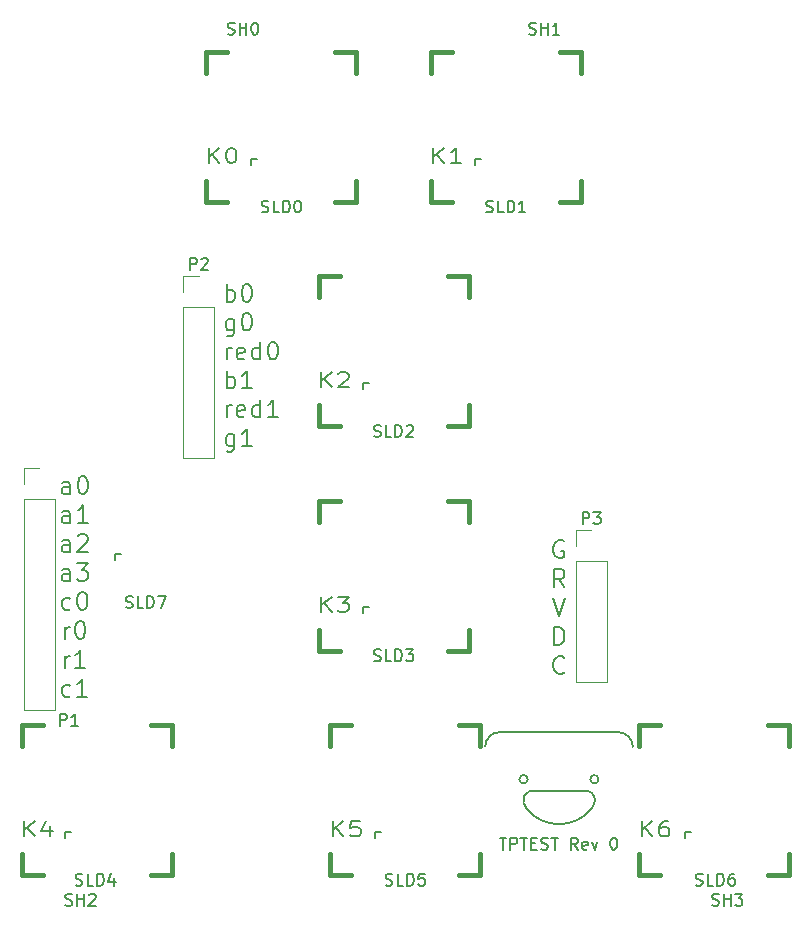
<source format=gto>
G04 #@! TF.FileFunction,Legend,Top*
%FSLAX46Y46*%
G04 Gerber Fmt 4.6, Leading zero omitted, Abs format (unit mm)*
G04 Created by KiCad (PCBNEW 4.0.5) date Sun Feb 26 14:27:26 2017*
%MOMM*%
%LPD*%
G01*
G04 APERTURE LIST*
%ADD10C,0.100000*%
%ADD11C,0.200000*%
%ADD12C,0.150000*%
%ADD13C,0.120000*%
%ADD14C,0.381000*%
%ADD15C,0.203200*%
G04 APERTURE END LIST*
D10*
D11*
X123857143Y-57803571D02*
X123857143Y-56303571D01*
X123857143Y-56875000D02*
X124000000Y-56803571D01*
X124285714Y-56803571D01*
X124428571Y-56875000D01*
X124500000Y-56946429D01*
X124571429Y-57089286D01*
X124571429Y-57517857D01*
X124500000Y-57660714D01*
X124428571Y-57732143D01*
X124285714Y-57803571D01*
X124000000Y-57803571D01*
X123857143Y-57732143D01*
X125500000Y-56303571D02*
X125642857Y-56303571D01*
X125785714Y-56375000D01*
X125857143Y-56446429D01*
X125928572Y-56589286D01*
X126000000Y-56875000D01*
X126000000Y-57232143D01*
X125928572Y-57517857D01*
X125857143Y-57660714D01*
X125785714Y-57732143D01*
X125642857Y-57803571D01*
X125500000Y-57803571D01*
X125357143Y-57732143D01*
X125285714Y-57660714D01*
X125214286Y-57517857D01*
X125142857Y-57232143D01*
X125142857Y-56875000D01*
X125214286Y-56589286D01*
X125285714Y-56446429D01*
X125357143Y-56375000D01*
X125500000Y-56303571D01*
X124500000Y-59253571D02*
X124500000Y-60467857D01*
X124428571Y-60610714D01*
X124357143Y-60682143D01*
X124214286Y-60753571D01*
X124000000Y-60753571D01*
X123857143Y-60682143D01*
X124500000Y-60182143D02*
X124357143Y-60253571D01*
X124071429Y-60253571D01*
X123928571Y-60182143D01*
X123857143Y-60110714D01*
X123785714Y-59967857D01*
X123785714Y-59539286D01*
X123857143Y-59396429D01*
X123928571Y-59325000D01*
X124071429Y-59253571D01*
X124357143Y-59253571D01*
X124500000Y-59325000D01*
X125500000Y-58753571D02*
X125642857Y-58753571D01*
X125785714Y-58825000D01*
X125857143Y-58896429D01*
X125928572Y-59039286D01*
X126000000Y-59325000D01*
X126000000Y-59682143D01*
X125928572Y-59967857D01*
X125857143Y-60110714D01*
X125785714Y-60182143D01*
X125642857Y-60253571D01*
X125500000Y-60253571D01*
X125357143Y-60182143D01*
X125285714Y-60110714D01*
X125214286Y-59967857D01*
X125142857Y-59682143D01*
X125142857Y-59325000D01*
X125214286Y-59039286D01*
X125285714Y-58896429D01*
X125357143Y-58825000D01*
X125500000Y-58753571D01*
X123857143Y-62703571D02*
X123857143Y-61703571D01*
X123857143Y-61989286D02*
X123928571Y-61846429D01*
X124000000Y-61775000D01*
X124142857Y-61703571D01*
X124285714Y-61703571D01*
X125357142Y-62632143D02*
X125214285Y-62703571D01*
X124928571Y-62703571D01*
X124785714Y-62632143D01*
X124714285Y-62489286D01*
X124714285Y-61917857D01*
X124785714Y-61775000D01*
X124928571Y-61703571D01*
X125214285Y-61703571D01*
X125357142Y-61775000D01*
X125428571Y-61917857D01*
X125428571Y-62060714D01*
X124714285Y-62203571D01*
X126714285Y-62703571D02*
X126714285Y-61203571D01*
X126714285Y-62632143D02*
X126571428Y-62703571D01*
X126285714Y-62703571D01*
X126142856Y-62632143D01*
X126071428Y-62560714D01*
X125999999Y-62417857D01*
X125999999Y-61989286D01*
X126071428Y-61846429D01*
X126142856Y-61775000D01*
X126285714Y-61703571D01*
X126571428Y-61703571D01*
X126714285Y-61775000D01*
X127714285Y-61203571D02*
X127857142Y-61203571D01*
X127999999Y-61275000D01*
X128071428Y-61346429D01*
X128142857Y-61489286D01*
X128214285Y-61775000D01*
X128214285Y-62132143D01*
X128142857Y-62417857D01*
X128071428Y-62560714D01*
X127999999Y-62632143D01*
X127857142Y-62703571D01*
X127714285Y-62703571D01*
X127571428Y-62632143D01*
X127499999Y-62560714D01*
X127428571Y-62417857D01*
X127357142Y-62132143D01*
X127357142Y-61775000D01*
X127428571Y-61489286D01*
X127499999Y-61346429D01*
X127571428Y-61275000D01*
X127714285Y-61203571D01*
X123857143Y-65153571D02*
X123857143Y-63653571D01*
X123857143Y-64225000D02*
X124000000Y-64153571D01*
X124285714Y-64153571D01*
X124428571Y-64225000D01*
X124500000Y-64296429D01*
X124571429Y-64439286D01*
X124571429Y-64867857D01*
X124500000Y-65010714D01*
X124428571Y-65082143D01*
X124285714Y-65153571D01*
X124000000Y-65153571D01*
X123857143Y-65082143D01*
X126000000Y-65153571D02*
X125142857Y-65153571D01*
X125571429Y-65153571D02*
X125571429Y-63653571D01*
X125428572Y-63867857D01*
X125285714Y-64010714D01*
X125142857Y-64082143D01*
X123857143Y-67603571D02*
X123857143Y-66603571D01*
X123857143Y-66889286D02*
X123928571Y-66746429D01*
X124000000Y-66675000D01*
X124142857Y-66603571D01*
X124285714Y-66603571D01*
X125357142Y-67532143D02*
X125214285Y-67603571D01*
X124928571Y-67603571D01*
X124785714Y-67532143D01*
X124714285Y-67389286D01*
X124714285Y-66817857D01*
X124785714Y-66675000D01*
X124928571Y-66603571D01*
X125214285Y-66603571D01*
X125357142Y-66675000D01*
X125428571Y-66817857D01*
X125428571Y-66960714D01*
X124714285Y-67103571D01*
X126714285Y-67603571D02*
X126714285Y-66103571D01*
X126714285Y-67532143D02*
X126571428Y-67603571D01*
X126285714Y-67603571D01*
X126142856Y-67532143D01*
X126071428Y-67460714D01*
X125999999Y-67317857D01*
X125999999Y-66889286D01*
X126071428Y-66746429D01*
X126142856Y-66675000D01*
X126285714Y-66603571D01*
X126571428Y-66603571D01*
X126714285Y-66675000D01*
X128214285Y-67603571D02*
X127357142Y-67603571D01*
X127785714Y-67603571D02*
X127785714Y-66103571D01*
X127642857Y-66317857D01*
X127499999Y-66460714D01*
X127357142Y-66532143D01*
X124500000Y-69053571D02*
X124500000Y-70267857D01*
X124428571Y-70410714D01*
X124357143Y-70482143D01*
X124214286Y-70553571D01*
X124000000Y-70553571D01*
X123857143Y-70482143D01*
X124500000Y-69982143D02*
X124357143Y-70053571D01*
X124071429Y-70053571D01*
X123928571Y-69982143D01*
X123857143Y-69910714D01*
X123785714Y-69767857D01*
X123785714Y-69339286D01*
X123857143Y-69196429D01*
X123928571Y-69125000D01*
X124071429Y-69053571D01*
X124357143Y-69053571D01*
X124500000Y-69125000D01*
X126000000Y-70053571D02*
X125142857Y-70053571D01*
X125571429Y-70053571D02*
X125571429Y-68553571D01*
X125428572Y-68767857D01*
X125285714Y-68910714D01*
X125142857Y-68982143D01*
X110607143Y-74103571D02*
X110607143Y-73317857D01*
X110535714Y-73175000D01*
X110392857Y-73103571D01*
X110107143Y-73103571D01*
X109964286Y-73175000D01*
X110607143Y-74032143D02*
X110464286Y-74103571D01*
X110107143Y-74103571D01*
X109964286Y-74032143D01*
X109892857Y-73889286D01*
X109892857Y-73746429D01*
X109964286Y-73603571D01*
X110107143Y-73532143D01*
X110464286Y-73532143D01*
X110607143Y-73460714D01*
X111607143Y-72603571D02*
X111750000Y-72603571D01*
X111892857Y-72675000D01*
X111964286Y-72746429D01*
X112035715Y-72889286D01*
X112107143Y-73175000D01*
X112107143Y-73532143D01*
X112035715Y-73817857D01*
X111964286Y-73960714D01*
X111892857Y-74032143D01*
X111750000Y-74103571D01*
X111607143Y-74103571D01*
X111464286Y-74032143D01*
X111392857Y-73960714D01*
X111321429Y-73817857D01*
X111250000Y-73532143D01*
X111250000Y-73175000D01*
X111321429Y-72889286D01*
X111392857Y-72746429D01*
X111464286Y-72675000D01*
X111607143Y-72603571D01*
X110607143Y-76553571D02*
X110607143Y-75767857D01*
X110535714Y-75625000D01*
X110392857Y-75553571D01*
X110107143Y-75553571D01*
X109964286Y-75625000D01*
X110607143Y-76482143D02*
X110464286Y-76553571D01*
X110107143Y-76553571D01*
X109964286Y-76482143D01*
X109892857Y-76339286D01*
X109892857Y-76196429D01*
X109964286Y-76053571D01*
X110107143Y-75982143D01*
X110464286Y-75982143D01*
X110607143Y-75910714D01*
X112107143Y-76553571D02*
X111250000Y-76553571D01*
X111678572Y-76553571D02*
X111678572Y-75053571D01*
X111535715Y-75267857D01*
X111392857Y-75410714D01*
X111250000Y-75482143D01*
X110607143Y-79003571D02*
X110607143Y-78217857D01*
X110535714Y-78075000D01*
X110392857Y-78003571D01*
X110107143Y-78003571D01*
X109964286Y-78075000D01*
X110607143Y-78932143D02*
X110464286Y-79003571D01*
X110107143Y-79003571D01*
X109964286Y-78932143D01*
X109892857Y-78789286D01*
X109892857Y-78646429D01*
X109964286Y-78503571D01*
X110107143Y-78432143D01*
X110464286Y-78432143D01*
X110607143Y-78360714D01*
X111250000Y-77646429D02*
X111321429Y-77575000D01*
X111464286Y-77503571D01*
X111821429Y-77503571D01*
X111964286Y-77575000D01*
X112035715Y-77646429D01*
X112107143Y-77789286D01*
X112107143Y-77932143D01*
X112035715Y-78146429D01*
X111178572Y-79003571D01*
X112107143Y-79003571D01*
X110607143Y-81453571D02*
X110607143Y-80667857D01*
X110535714Y-80525000D01*
X110392857Y-80453571D01*
X110107143Y-80453571D01*
X109964286Y-80525000D01*
X110607143Y-81382143D02*
X110464286Y-81453571D01*
X110107143Y-81453571D01*
X109964286Y-81382143D01*
X109892857Y-81239286D01*
X109892857Y-81096429D01*
X109964286Y-80953571D01*
X110107143Y-80882143D01*
X110464286Y-80882143D01*
X110607143Y-80810714D01*
X111178572Y-79953571D02*
X112107143Y-79953571D01*
X111607143Y-80525000D01*
X111821429Y-80525000D01*
X111964286Y-80596429D01*
X112035715Y-80667857D01*
X112107143Y-80810714D01*
X112107143Y-81167857D01*
X112035715Y-81310714D01*
X111964286Y-81382143D01*
X111821429Y-81453571D01*
X111392857Y-81453571D01*
X111250000Y-81382143D01*
X111178572Y-81310714D01*
X110642858Y-83832143D02*
X110500001Y-83903571D01*
X110214287Y-83903571D01*
X110071429Y-83832143D01*
X110000001Y-83760714D01*
X109928572Y-83617857D01*
X109928572Y-83189286D01*
X110000001Y-83046429D01*
X110071429Y-82975000D01*
X110214287Y-82903571D01*
X110500001Y-82903571D01*
X110642858Y-82975000D01*
X111571429Y-82403571D02*
X111714286Y-82403571D01*
X111857143Y-82475000D01*
X111928572Y-82546429D01*
X112000001Y-82689286D01*
X112071429Y-82975000D01*
X112071429Y-83332143D01*
X112000001Y-83617857D01*
X111928572Y-83760714D01*
X111857143Y-83832143D01*
X111714286Y-83903571D01*
X111571429Y-83903571D01*
X111428572Y-83832143D01*
X111357143Y-83760714D01*
X111285715Y-83617857D01*
X111214286Y-83332143D01*
X111214286Y-82975000D01*
X111285715Y-82689286D01*
X111357143Y-82546429D01*
X111428572Y-82475000D01*
X111571429Y-82403571D01*
X110178572Y-86353571D02*
X110178572Y-85353571D01*
X110178572Y-85639286D02*
X110250000Y-85496429D01*
X110321429Y-85425000D01*
X110464286Y-85353571D01*
X110607143Y-85353571D01*
X111392857Y-84853571D02*
X111535714Y-84853571D01*
X111678571Y-84925000D01*
X111750000Y-84996429D01*
X111821429Y-85139286D01*
X111892857Y-85425000D01*
X111892857Y-85782143D01*
X111821429Y-86067857D01*
X111750000Y-86210714D01*
X111678571Y-86282143D01*
X111535714Y-86353571D01*
X111392857Y-86353571D01*
X111250000Y-86282143D01*
X111178571Y-86210714D01*
X111107143Y-86067857D01*
X111035714Y-85782143D01*
X111035714Y-85425000D01*
X111107143Y-85139286D01*
X111178571Y-84996429D01*
X111250000Y-84925000D01*
X111392857Y-84853571D01*
X110178572Y-88803571D02*
X110178572Y-87803571D01*
X110178572Y-88089286D02*
X110250000Y-87946429D01*
X110321429Y-87875000D01*
X110464286Y-87803571D01*
X110607143Y-87803571D01*
X111892857Y-88803571D02*
X111035714Y-88803571D01*
X111464286Y-88803571D02*
X111464286Y-87303571D01*
X111321429Y-87517857D01*
X111178571Y-87660714D01*
X111035714Y-87732143D01*
X110642858Y-91182143D02*
X110500001Y-91253571D01*
X110214287Y-91253571D01*
X110071429Y-91182143D01*
X110000001Y-91110714D01*
X109928572Y-90967857D01*
X109928572Y-90539286D01*
X110000001Y-90396429D01*
X110071429Y-90325000D01*
X110214287Y-90253571D01*
X110500001Y-90253571D01*
X110642858Y-90325000D01*
X112071429Y-91253571D02*
X111214286Y-91253571D01*
X111642858Y-91253571D02*
X111642858Y-89753571D01*
X111500001Y-89967857D01*
X111357143Y-90110714D01*
X111214286Y-90182143D01*
X152392857Y-78100000D02*
X152250000Y-78028571D01*
X152035714Y-78028571D01*
X151821429Y-78100000D01*
X151678571Y-78242857D01*
X151607143Y-78385714D01*
X151535714Y-78671429D01*
X151535714Y-78885714D01*
X151607143Y-79171429D01*
X151678571Y-79314286D01*
X151821429Y-79457143D01*
X152035714Y-79528571D01*
X152178571Y-79528571D01*
X152392857Y-79457143D01*
X152464286Y-79385714D01*
X152464286Y-78885714D01*
X152178571Y-78885714D01*
X152464286Y-81978571D02*
X151964286Y-81264286D01*
X151607143Y-81978571D02*
X151607143Y-80478571D01*
X152178571Y-80478571D01*
X152321429Y-80550000D01*
X152392857Y-80621429D01*
X152464286Y-80764286D01*
X152464286Y-80978571D01*
X152392857Y-81121429D01*
X152321429Y-81192857D01*
X152178571Y-81264286D01*
X151607143Y-81264286D01*
X151500000Y-82928571D02*
X152000000Y-84428571D01*
X152500000Y-82928571D01*
X151607143Y-86878571D02*
X151607143Y-85378571D01*
X151964286Y-85378571D01*
X152178571Y-85450000D01*
X152321429Y-85592857D01*
X152392857Y-85735714D01*
X152464286Y-86021429D01*
X152464286Y-86235714D01*
X152392857Y-86521429D01*
X152321429Y-86664286D01*
X152178571Y-86807143D01*
X151964286Y-86878571D01*
X151607143Y-86878571D01*
X152464286Y-89185714D02*
X152392857Y-89257143D01*
X152178571Y-89328571D01*
X152035714Y-89328571D01*
X151821429Y-89257143D01*
X151678571Y-89114286D01*
X151607143Y-88971429D01*
X151535714Y-88685714D01*
X151535714Y-88471429D01*
X151607143Y-88185714D01*
X151678571Y-88042857D01*
X151821429Y-87900000D01*
X152035714Y-87828571D01*
X152178571Y-87828571D01*
X152392857Y-87900000D01*
X152464286Y-87971429D01*
D12*
X147000000Y-94250000D02*
X157000000Y-94250000D01*
X149250000Y-100750000D02*
G75*
G03X154750000Y-100750000I2750000J2250000D01*
G01*
X149016588Y-100245261D02*
G75*
G03X149250000Y-100750000I1733412J495261D01*
G01*
X149500000Y-99250000D02*
G75*
G03X149000000Y-100250000I250000J-750000D01*
G01*
X154764354Y-100759569D02*
G75*
G03X155000000Y-100250000I-1514354J1009569D01*
G01*
X154984025Y-100293610D02*
G75*
G03X154500000Y-99250000I-734025J293610D01*
G01*
X158250000Y-95500000D02*
G75*
G03X157000000Y-94250000I-1250000J0D01*
G01*
X147000000Y-94250000D02*
G75*
G03X145750000Y-95500000I0J-1250000D01*
G01*
X155353553Y-98250000D02*
G75*
G03X155353553Y-98250000I-353553J0D01*
G01*
X149353553Y-98250000D02*
G75*
G03X149353553Y-98250000I-353553J0D01*
G01*
X149500000Y-99250000D02*
X154500000Y-99250000D01*
D13*
X106670000Y-74520000D02*
X106670000Y-92360000D01*
X106670000Y-92360000D02*
X109330000Y-92360000D01*
X109330000Y-92360000D02*
X109330000Y-74520000D01*
X109330000Y-74520000D02*
X106670000Y-74520000D01*
X106670000Y-73250000D02*
X106670000Y-71920000D01*
X106670000Y-71920000D02*
X108000000Y-71920000D01*
X120170000Y-58270000D02*
X120170000Y-71030000D01*
X120170000Y-71030000D02*
X122830000Y-71030000D01*
X122830000Y-71030000D02*
X122830000Y-58270000D01*
X122830000Y-58270000D02*
X120170000Y-58270000D01*
X120170000Y-57000000D02*
X120170000Y-55670000D01*
X120170000Y-55670000D02*
X121500000Y-55670000D01*
D12*
X114400000Y-79200000D02*
X114900000Y-79200000D01*
X114400000Y-79200000D02*
X114400000Y-79700000D01*
X162650000Y-102700000D02*
X163150000Y-102700000D01*
X162650000Y-102700000D02*
X162650000Y-103200000D01*
X136400000Y-102700000D02*
X136900000Y-102700000D01*
X136400000Y-102700000D02*
X136400000Y-103200000D01*
X110150000Y-102700000D02*
X110650000Y-102700000D01*
X110150000Y-102700000D02*
X110150000Y-103200000D01*
X135400000Y-83700000D02*
X135900000Y-83700000D01*
X135400000Y-83700000D02*
X135400000Y-84200000D01*
X135400000Y-64700000D02*
X135900000Y-64700000D01*
X135400000Y-64700000D02*
X135400000Y-65200000D01*
X144900000Y-45700000D02*
X145400000Y-45700000D01*
X144900000Y-45700000D02*
X144900000Y-46200000D01*
X125900000Y-45700000D02*
X126400000Y-45700000D01*
X125900000Y-45700000D02*
X125900000Y-46200000D01*
D13*
X153420000Y-79770000D02*
X153420000Y-89990000D01*
X153420000Y-89990000D02*
X156080000Y-89990000D01*
X156080000Y-89990000D02*
X156080000Y-79770000D01*
X156080000Y-79770000D02*
X153420000Y-79770000D01*
X153420000Y-78500000D02*
X153420000Y-77170000D01*
X153420000Y-77170000D02*
X154750000Y-77170000D01*
D14*
X131650000Y-55650000D02*
X133428000Y-55650000D01*
X142572000Y-55650000D02*
X144350000Y-55650000D01*
X144350000Y-55650000D02*
X144350000Y-57428000D01*
X144350000Y-66572000D02*
X144350000Y-68350000D01*
X144350000Y-68350000D02*
X142572000Y-68350000D01*
X133428000Y-68350000D02*
X131650000Y-68350000D01*
X131650000Y-68350000D02*
X131650000Y-66572000D01*
X131650000Y-57428000D02*
X131650000Y-55650000D01*
X141150000Y-36650000D02*
X142928000Y-36650000D01*
X152072000Y-36650000D02*
X153850000Y-36650000D01*
X153850000Y-36650000D02*
X153850000Y-38428000D01*
X153850000Y-47572000D02*
X153850000Y-49350000D01*
X153850000Y-49350000D02*
X152072000Y-49350000D01*
X142928000Y-49350000D02*
X141150000Y-49350000D01*
X141150000Y-49350000D02*
X141150000Y-47572000D01*
X141150000Y-38428000D02*
X141150000Y-36650000D01*
X122150000Y-36650000D02*
X123928000Y-36650000D01*
X133072000Y-36650000D02*
X134850000Y-36650000D01*
X134850000Y-36650000D02*
X134850000Y-38428000D01*
X134850000Y-47572000D02*
X134850000Y-49350000D01*
X134850000Y-49350000D02*
X133072000Y-49350000D01*
X123928000Y-49350000D02*
X122150000Y-49350000D01*
X122150000Y-49350000D02*
X122150000Y-47572000D01*
X122150000Y-38428000D02*
X122150000Y-36650000D01*
X132650000Y-93650000D02*
X134428000Y-93650000D01*
X143572000Y-93650000D02*
X145350000Y-93650000D01*
X145350000Y-93650000D02*
X145350000Y-95428000D01*
X145350000Y-104572000D02*
X145350000Y-106350000D01*
X145350000Y-106350000D02*
X143572000Y-106350000D01*
X134428000Y-106350000D02*
X132650000Y-106350000D01*
X132650000Y-106350000D02*
X132650000Y-104572000D01*
X132650000Y-95428000D02*
X132650000Y-93650000D01*
X158800000Y-93650000D02*
X160578000Y-93650000D01*
X169722000Y-93650000D02*
X171500000Y-93650000D01*
X171500000Y-93650000D02*
X171500000Y-95428000D01*
X171500000Y-104572000D02*
X171500000Y-106350000D01*
X171500000Y-106350000D02*
X169722000Y-106350000D01*
X160578000Y-106350000D02*
X158800000Y-106350000D01*
X158800000Y-106350000D02*
X158800000Y-104572000D01*
X158800000Y-95428000D02*
X158800000Y-93650000D01*
X106500000Y-93650000D02*
X108278000Y-93650000D01*
X117422000Y-93650000D02*
X119200000Y-93650000D01*
X119200000Y-93650000D02*
X119200000Y-95428000D01*
X119200000Y-104572000D02*
X119200000Y-106350000D01*
X119200000Y-106350000D02*
X117422000Y-106350000D01*
X108278000Y-106350000D02*
X106500000Y-106350000D01*
X106500000Y-106350000D02*
X106500000Y-104572000D01*
X106500000Y-95428000D02*
X106500000Y-93650000D01*
X131650000Y-74650000D02*
X133428000Y-74650000D01*
X142572000Y-74650000D02*
X144350000Y-74650000D01*
X144350000Y-74650000D02*
X144350000Y-76428000D01*
X144350000Y-85572000D02*
X144350000Y-87350000D01*
X144350000Y-87350000D02*
X142572000Y-87350000D01*
X133428000Y-87350000D02*
X131650000Y-87350000D01*
X131650000Y-87350000D02*
X131650000Y-85572000D01*
X131650000Y-76428000D02*
X131650000Y-74650000D01*
D12*
X146976190Y-103202381D02*
X147547619Y-103202381D01*
X147261904Y-104202381D02*
X147261904Y-103202381D01*
X147880952Y-104202381D02*
X147880952Y-103202381D01*
X148261905Y-103202381D01*
X148357143Y-103250000D01*
X148404762Y-103297619D01*
X148452381Y-103392857D01*
X148452381Y-103535714D01*
X148404762Y-103630952D01*
X148357143Y-103678571D01*
X148261905Y-103726190D01*
X147880952Y-103726190D01*
X148738095Y-103202381D02*
X149309524Y-103202381D01*
X149023809Y-104202381D02*
X149023809Y-103202381D01*
X149642857Y-103678571D02*
X149976191Y-103678571D01*
X150119048Y-104202381D02*
X149642857Y-104202381D01*
X149642857Y-103202381D01*
X150119048Y-103202381D01*
X150500000Y-104154762D02*
X150642857Y-104202381D01*
X150880953Y-104202381D01*
X150976191Y-104154762D01*
X151023810Y-104107143D01*
X151071429Y-104011905D01*
X151071429Y-103916667D01*
X151023810Y-103821429D01*
X150976191Y-103773810D01*
X150880953Y-103726190D01*
X150690476Y-103678571D01*
X150595238Y-103630952D01*
X150547619Y-103583333D01*
X150500000Y-103488095D01*
X150500000Y-103392857D01*
X150547619Y-103297619D01*
X150595238Y-103250000D01*
X150690476Y-103202381D01*
X150928572Y-103202381D01*
X151071429Y-103250000D01*
X151357143Y-103202381D02*
X151928572Y-103202381D01*
X151642857Y-104202381D02*
X151642857Y-103202381D01*
X153595239Y-104202381D02*
X153261905Y-103726190D01*
X153023810Y-104202381D02*
X153023810Y-103202381D01*
X153404763Y-103202381D01*
X153500001Y-103250000D01*
X153547620Y-103297619D01*
X153595239Y-103392857D01*
X153595239Y-103535714D01*
X153547620Y-103630952D01*
X153500001Y-103678571D01*
X153404763Y-103726190D01*
X153023810Y-103726190D01*
X154404763Y-104154762D02*
X154309525Y-104202381D01*
X154119048Y-104202381D01*
X154023810Y-104154762D01*
X153976191Y-104059524D01*
X153976191Y-103678571D01*
X154023810Y-103583333D01*
X154119048Y-103535714D01*
X154309525Y-103535714D01*
X154404763Y-103583333D01*
X154452382Y-103678571D01*
X154452382Y-103773810D01*
X153976191Y-103869048D01*
X154785715Y-103535714D02*
X155023810Y-104202381D01*
X155261906Y-103535714D01*
X156595239Y-103202381D02*
X156690478Y-103202381D01*
X156785716Y-103250000D01*
X156833335Y-103297619D01*
X156880954Y-103392857D01*
X156928573Y-103583333D01*
X156928573Y-103821429D01*
X156880954Y-104011905D01*
X156833335Y-104107143D01*
X156785716Y-104154762D01*
X156690478Y-104202381D01*
X156595239Y-104202381D01*
X156500001Y-104154762D01*
X156452382Y-104107143D01*
X156404763Y-104011905D01*
X156357144Y-103821429D01*
X156357144Y-103583333D01*
X156404763Y-103392857D01*
X156452382Y-103297619D01*
X156500001Y-103250000D01*
X156595239Y-103202381D01*
X109761905Y-93702381D02*
X109761905Y-92702381D01*
X110142858Y-92702381D01*
X110238096Y-92750000D01*
X110285715Y-92797619D01*
X110333334Y-92892857D01*
X110333334Y-93035714D01*
X110285715Y-93130952D01*
X110238096Y-93178571D01*
X110142858Y-93226190D01*
X109761905Y-93226190D01*
X111285715Y-93702381D02*
X110714286Y-93702381D01*
X111000000Y-93702381D02*
X111000000Y-92702381D01*
X110904762Y-92845238D01*
X110809524Y-92940476D01*
X110714286Y-92988095D01*
X120761905Y-55122381D02*
X120761905Y-54122381D01*
X121142858Y-54122381D01*
X121238096Y-54170000D01*
X121285715Y-54217619D01*
X121333334Y-54312857D01*
X121333334Y-54455714D01*
X121285715Y-54550952D01*
X121238096Y-54598571D01*
X121142858Y-54646190D01*
X120761905Y-54646190D01*
X121714286Y-54217619D02*
X121761905Y-54170000D01*
X121857143Y-54122381D01*
X122095239Y-54122381D01*
X122190477Y-54170000D01*
X122238096Y-54217619D01*
X122285715Y-54312857D01*
X122285715Y-54408095D01*
X122238096Y-54550952D01*
X121666667Y-55122381D01*
X122285715Y-55122381D01*
X115333333Y-83704762D02*
X115476190Y-83752381D01*
X115714286Y-83752381D01*
X115809524Y-83704762D01*
X115857143Y-83657143D01*
X115904762Y-83561905D01*
X115904762Y-83466667D01*
X115857143Y-83371429D01*
X115809524Y-83323810D01*
X115714286Y-83276190D01*
X115523809Y-83228571D01*
X115428571Y-83180952D01*
X115380952Y-83133333D01*
X115333333Y-83038095D01*
X115333333Y-82942857D01*
X115380952Y-82847619D01*
X115428571Y-82800000D01*
X115523809Y-82752381D01*
X115761905Y-82752381D01*
X115904762Y-82800000D01*
X116809524Y-83752381D02*
X116333333Y-83752381D01*
X116333333Y-82752381D01*
X117142857Y-83752381D02*
X117142857Y-82752381D01*
X117380952Y-82752381D01*
X117523810Y-82800000D01*
X117619048Y-82895238D01*
X117666667Y-82990476D01*
X117714286Y-83180952D01*
X117714286Y-83323810D01*
X117666667Y-83514286D01*
X117619048Y-83609524D01*
X117523810Y-83704762D01*
X117380952Y-83752381D01*
X117142857Y-83752381D01*
X118047619Y-82752381D02*
X118714286Y-82752381D01*
X118285714Y-83752381D01*
X163583333Y-107204762D02*
X163726190Y-107252381D01*
X163964286Y-107252381D01*
X164059524Y-107204762D01*
X164107143Y-107157143D01*
X164154762Y-107061905D01*
X164154762Y-106966667D01*
X164107143Y-106871429D01*
X164059524Y-106823810D01*
X163964286Y-106776190D01*
X163773809Y-106728571D01*
X163678571Y-106680952D01*
X163630952Y-106633333D01*
X163583333Y-106538095D01*
X163583333Y-106442857D01*
X163630952Y-106347619D01*
X163678571Y-106300000D01*
X163773809Y-106252381D01*
X164011905Y-106252381D01*
X164154762Y-106300000D01*
X165059524Y-107252381D02*
X164583333Y-107252381D01*
X164583333Y-106252381D01*
X165392857Y-107252381D02*
X165392857Y-106252381D01*
X165630952Y-106252381D01*
X165773810Y-106300000D01*
X165869048Y-106395238D01*
X165916667Y-106490476D01*
X165964286Y-106680952D01*
X165964286Y-106823810D01*
X165916667Y-107014286D01*
X165869048Y-107109524D01*
X165773810Y-107204762D01*
X165630952Y-107252381D01*
X165392857Y-107252381D01*
X166821429Y-106252381D02*
X166630952Y-106252381D01*
X166535714Y-106300000D01*
X166488095Y-106347619D01*
X166392857Y-106490476D01*
X166345238Y-106680952D01*
X166345238Y-107061905D01*
X166392857Y-107157143D01*
X166440476Y-107204762D01*
X166535714Y-107252381D01*
X166726191Y-107252381D01*
X166821429Y-107204762D01*
X166869048Y-107157143D01*
X166916667Y-107061905D01*
X166916667Y-106823810D01*
X166869048Y-106728571D01*
X166821429Y-106680952D01*
X166726191Y-106633333D01*
X166535714Y-106633333D01*
X166440476Y-106680952D01*
X166392857Y-106728571D01*
X166345238Y-106823810D01*
X137333333Y-107204762D02*
X137476190Y-107252381D01*
X137714286Y-107252381D01*
X137809524Y-107204762D01*
X137857143Y-107157143D01*
X137904762Y-107061905D01*
X137904762Y-106966667D01*
X137857143Y-106871429D01*
X137809524Y-106823810D01*
X137714286Y-106776190D01*
X137523809Y-106728571D01*
X137428571Y-106680952D01*
X137380952Y-106633333D01*
X137333333Y-106538095D01*
X137333333Y-106442857D01*
X137380952Y-106347619D01*
X137428571Y-106300000D01*
X137523809Y-106252381D01*
X137761905Y-106252381D01*
X137904762Y-106300000D01*
X138809524Y-107252381D02*
X138333333Y-107252381D01*
X138333333Y-106252381D01*
X139142857Y-107252381D02*
X139142857Y-106252381D01*
X139380952Y-106252381D01*
X139523810Y-106300000D01*
X139619048Y-106395238D01*
X139666667Y-106490476D01*
X139714286Y-106680952D01*
X139714286Y-106823810D01*
X139666667Y-107014286D01*
X139619048Y-107109524D01*
X139523810Y-107204762D01*
X139380952Y-107252381D01*
X139142857Y-107252381D01*
X140619048Y-106252381D02*
X140142857Y-106252381D01*
X140095238Y-106728571D01*
X140142857Y-106680952D01*
X140238095Y-106633333D01*
X140476191Y-106633333D01*
X140571429Y-106680952D01*
X140619048Y-106728571D01*
X140666667Y-106823810D01*
X140666667Y-107061905D01*
X140619048Y-107157143D01*
X140571429Y-107204762D01*
X140476191Y-107252381D01*
X140238095Y-107252381D01*
X140142857Y-107204762D01*
X140095238Y-107157143D01*
X111083333Y-107204762D02*
X111226190Y-107252381D01*
X111464286Y-107252381D01*
X111559524Y-107204762D01*
X111607143Y-107157143D01*
X111654762Y-107061905D01*
X111654762Y-106966667D01*
X111607143Y-106871429D01*
X111559524Y-106823810D01*
X111464286Y-106776190D01*
X111273809Y-106728571D01*
X111178571Y-106680952D01*
X111130952Y-106633333D01*
X111083333Y-106538095D01*
X111083333Y-106442857D01*
X111130952Y-106347619D01*
X111178571Y-106300000D01*
X111273809Y-106252381D01*
X111511905Y-106252381D01*
X111654762Y-106300000D01*
X112559524Y-107252381D02*
X112083333Y-107252381D01*
X112083333Y-106252381D01*
X112892857Y-107252381D02*
X112892857Y-106252381D01*
X113130952Y-106252381D01*
X113273810Y-106300000D01*
X113369048Y-106395238D01*
X113416667Y-106490476D01*
X113464286Y-106680952D01*
X113464286Y-106823810D01*
X113416667Y-107014286D01*
X113369048Y-107109524D01*
X113273810Y-107204762D01*
X113130952Y-107252381D01*
X112892857Y-107252381D01*
X114321429Y-106585714D02*
X114321429Y-107252381D01*
X114083333Y-106204762D02*
X113845238Y-106919048D01*
X114464286Y-106919048D01*
X136333333Y-88204762D02*
X136476190Y-88252381D01*
X136714286Y-88252381D01*
X136809524Y-88204762D01*
X136857143Y-88157143D01*
X136904762Y-88061905D01*
X136904762Y-87966667D01*
X136857143Y-87871429D01*
X136809524Y-87823810D01*
X136714286Y-87776190D01*
X136523809Y-87728571D01*
X136428571Y-87680952D01*
X136380952Y-87633333D01*
X136333333Y-87538095D01*
X136333333Y-87442857D01*
X136380952Y-87347619D01*
X136428571Y-87300000D01*
X136523809Y-87252381D01*
X136761905Y-87252381D01*
X136904762Y-87300000D01*
X137809524Y-88252381D02*
X137333333Y-88252381D01*
X137333333Y-87252381D01*
X138142857Y-88252381D02*
X138142857Y-87252381D01*
X138380952Y-87252381D01*
X138523810Y-87300000D01*
X138619048Y-87395238D01*
X138666667Y-87490476D01*
X138714286Y-87680952D01*
X138714286Y-87823810D01*
X138666667Y-88014286D01*
X138619048Y-88109524D01*
X138523810Y-88204762D01*
X138380952Y-88252381D01*
X138142857Y-88252381D01*
X139047619Y-87252381D02*
X139666667Y-87252381D01*
X139333333Y-87633333D01*
X139476191Y-87633333D01*
X139571429Y-87680952D01*
X139619048Y-87728571D01*
X139666667Y-87823810D01*
X139666667Y-88061905D01*
X139619048Y-88157143D01*
X139571429Y-88204762D01*
X139476191Y-88252381D01*
X139190476Y-88252381D01*
X139095238Y-88204762D01*
X139047619Y-88157143D01*
X136333333Y-69204762D02*
X136476190Y-69252381D01*
X136714286Y-69252381D01*
X136809524Y-69204762D01*
X136857143Y-69157143D01*
X136904762Y-69061905D01*
X136904762Y-68966667D01*
X136857143Y-68871429D01*
X136809524Y-68823810D01*
X136714286Y-68776190D01*
X136523809Y-68728571D01*
X136428571Y-68680952D01*
X136380952Y-68633333D01*
X136333333Y-68538095D01*
X136333333Y-68442857D01*
X136380952Y-68347619D01*
X136428571Y-68300000D01*
X136523809Y-68252381D01*
X136761905Y-68252381D01*
X136904762Y-68300000D01*
X137809524Y-69252381D02*
X137333333Y-69252381D01*
X137333333Y-68252381D01*
X138142857Y-69252381D02*
X138142857Y-68252381D01*
X138380952Y-68252381D01*
X138523810Y-68300000D01*
X138619048Y-68395238D01*
X138666667Y-68490476D01*
X138714286Y-68680952D01*
X138714286Y-68823810D01*
X138666667Y-69014286D01*
X138619048Y-69109524D01*
X138523810Y-69204762D01*
X138380952Y-69252381D01*
X138142857Y-69252381D01*
X139095238Y-68347619D02*
X139142857Y-68300000D01*
X139238095Y-68252381D01*
X139476191Y-68252381D01*
X139571429Y-68300000D01*
X139619048Y-68347619D01*
X139666667Y-68442857D01*
X139666667Y-68538095D01*
X139619048Y-68680952D01*
X139047619Y-69252381D01*
X139666667Y-69252381D01*
X145833333Y-50204762D02*
X145976190Y-50252381D01*
X146214286Y-50252381D01*
X146309524Y-50204762D01*
X146357143Y-50157143D01*
X146404762Y-50061905D01*
X146404762Y-49966667D01*
X146357143Y-49871429D01*
X146309524Y-49823810D01*
X146214286Y-49776190D01*
X146023809Y-49728571D01*
X145928571Y-49680952D01*
X145880952Y-49633333D01*
X145833333Y-49538095D01*
X145833333Y-49442857D01*
X145880952Y-49347619D01*
X145928571Y-49300000D01*
X146023809Y-49252381D01*
X146261905Y-49252381D01*
X146404762Y-49300000D01*
X147309524Y-50252381D02*
X146833333Y-50252381D01*
X146833333Y-49252381D01*
X147642857Y-50252381D02*
X147642857Y-49252381D01*
X147880952Y-49252381D01*
X148023810Y-49300000D01*
X148119048Y-49395238D01*
X148166667Y-49490476D01*
X148214286Y-49680952D01*
X148214286Y-49823810D01*
X148166667Y-50014286D01*
X148119048Y-50109524D01*
X148023810Y-50204762D01*
X147880952Y-50252381D01*
X147642857Y-50252381D01*
X149166667Y-50252381D02*
X148595238Y-50252381D01*
X148880952Y-50252381D02*
X148880952Y-49252381D01*
X148785714Y-49395238D01*
X148690476Y-49490476D01*
X148595238Y-49538095D01*
X126833333Y-50204762D02*
X126976190Y-50252381D01*
X127214286Y-50252381D01*
X127309524Y-50204762D01*
X127357143Y-50157143D01*
X127404762Y-50061905D01*
X127404762Y-49966667D01*
X127357143Y-49871429D01*
X127309524Y-49823810D01*
X127214286Y-49776190D01*
X127023809Y-49728571D01*
X126928571Y-49680952D01*
X126880952Y-49633333D01*
X126833333Y-49538095D01*
X126833333Y-49442857D01*
X126880952Y-49347619D01*
X126928571Y-49300000D01*
X127023809Y-49252381D01*
X127261905Y-49252381D01*
X127404762Y-49300000D01*
X128309524Y-50252381D02*
X127833333Y-50252381D01*
X127833333Y-49252381D01*
X128642857Y-50252381D02*
X128642857Y-49252381D01*
X128880952Y-49252381D01*
X129023810Y-49300000D01*
X129119048Y-49395238D01*
X129166667Y-49490476D01*
X129214286Y-49680952D01*
X129214286Y-49823810D01*
X129166667Y-50014286D01*
X129119048Y-50109524D01*
X129023810Y-50204762D01*
X128880952Y-50252381D01*
X128642857Y-50252381D01*
X129833333Y-49252381D02*
X129928572Y-49252381D01*
X130023810Y-49300000D01*
X130071429Y-49347619D01*
X130119048Y-49442857D01*
X130166667Y-49633333D01*
X130166667Y-49871429D01*
X130119048Y-50061905D01*
X130071429Y-50157143D01*
X130023810Y-50204762D01*
X129928572Y-50252381D01*
X129833333Y-50252381D01*
X129738095Y-50204762D01*
X129690476Y-50157143D01*
X129642857Y-50061905D01*
X129595238Y-49871429D01*
X129595238Y-49633333D01*
X129642857Y-49442857D01*
X129690476Y-49347619D01*
X129738095Y-49300000D01*
X129833333Y-49252381D01*
X154011905Y-76622381D02*
X154011905Y-75622381D01*
X154392858Y-75622381D01*
X154488096Y-75670000D01*
X154535715Y-75717619D01*
X154583334Y-75812857D01*
X154583334Y-75955714D01*
X154535715Y-76050952D01*
X154488096Y-76098571D01*
X154392858Y-76146190D01*
X154011905Y-76146190D01*
X154916667Y-75622381D02*
X155535715Y-75622381D01*
X155202381Y-76003333D01*
X155345239Y-76003333D01*
X155440477Y-76050952D01*
X155488096Y-76098571D01*
X155535715Y-76193810D01*
X155535715Y-76431905D01*
X155488096Y-76527143D01*
X155440477Y-76574762D01*
X155345239Y-76622381D01*
X155059524Y-76622381D01*
X154964286Y-76574762D01*
X154916667Y-76527143D01*
D15*
X131875143Y-65074524D02*
X131875143Y-63804524D01*
X132746000Y-65074524D02*
X132092857Y-64348810D01*
X132746000Y-63804524D02*
X131875143Y-64530238D01*
X133326572Y-63925476D02*
X133399143Y-63865000D01*
X133544286Y-63804524D01*
X133907143Y-63804524D01*
X134052286Y-63865000D01*
X134124857Y-63925476D01*
X134197429Y-64046429D01*
X134197429Y-64167381D01*
X134124857Y-64348810D01*
X133254000Y-65074524D01*
X134197429Y-65074524D01*
X141375143Y-46074524D02*
X141375143Y-44804524D01*
X142246000Y-46074524D02*
X141592857Y-45348810D01*
X142246000Y-44804524D02*
X141375143Y-45530238D01*
X143697429Y-46074524D02*
X142826572Y-46074524D01*
X143262000Y-46074524D02*
X143262000Y-44804524D01*
X143116857Y-44985952D01*
X142971715Y-45106905D01*
X142826572Y-45167381D01*
X122375143Y-46074524D02*
X122375143Y-44804524D01*
X123246000Y-46074524D02*
X122592857Y-45348810D01*
X123246000Y-44804524D02*
X122375143Y-45530238D01*
X124189429Y-44804524D02*
X124334572Y-44804524D01*
X124479715Y-44865000D01*
X124552286Y-44925476D01*
X124624857Y-45046429D01*
X124697429Y-45288333D01*
X124697429Y-45590714D01*
X124624857Y-45832619D01*
X124552286Y-45953571D01*
X124479715Y-46014048D01*
X124334572Y-46074524D01*
X124189429Y-46074524D01*
X124044286Y-46014048D01*
X123971715Y-45953571D01*
X123899143Y-45832619D01*
X123826572Y-45590714D01*
X123826572Y-45288333D01*
X123899143Y-45046429D01*
X123971715Y-44925476D01*
X124044286Y-44865000D01*
X124189429Y-44804524D01*
X132875143Y-103074524D02*
X132875143Y-101804524D01*
X133746000Y-103074524D02*
X133092857Y-102348810D01*
X133746000Y-101804524D02*
X132875143Y-102530238D01*
X135124857Y-101804524D02*
X134399143Y-101804524D01*
X134326572Y-102409286D01*
X134399143Y-102348810D01*
X134544286Y-102288333D01*
X134907143Y-102288333D01*
X135052286Y-102348810D01*
X135124857Y-102409286D01*
X135197429Y-102530238D01*
X135197429Y-102832619D01*
X135124857Y-102953571D01*
X135052286Y-103014048D01*
X134907143Y-103074524D01*
X134544286Y-103074524D01*
X134399143Y-103014048D01*
X134326572Y-102953571D01*
X159025143Y-103074524D02*
X159025143Y-101804524D01*
X159896000Y-103074524D02*
X159242857Y-102348810D01*
X159896000Y-101804524D02*
X159025143Y-102530238D01*
X161202286Y-101804524D02*
X160912000Y-101804524D01*
X160766857Y-101865000D01*
X160694286Y-101925476D01*
X160549143Y-102106905D01*
X160476572Y-102348810D01*
X160476572Y-102832619D01*
X160549143Y-102953571D01*
X160621715Y-103014048D01*
X160766857Y-103074524D01*
X161057143Y-103074524D01*
X161202286Y-103014048D01*
X161274857Y-102953571D01*
X161347429Y-102832619D01*
X161347429Y-102530238D01*
X161274857Y-102409286D01*
X161202286Y-102348810D01*
X161057143Y-102288333D01*
X160766857Y-102288333D01*
X160621715Y-102348810D01*
X160549143Y-102409286D01*
X160476572Y-102530238D01*
X106725143Y-103074524D02*
X106725143Y-101804524D01*
X107596000Y-103074524D02*
X106942857Y-102348810D01*
X107596000Y-101804524D02*
X106725143Y-102530238D01*
X108902286Y-102227857D02*
X108902286Y-103074524D01*
X108539429Y-101744048D02*
X108176572Y-102651190D01*
X109120000Y-102651190D01*
D11*
X123964286Y-35154762D02*
X124107143Y-35202381D01*
X124345239Y-35202381D01*
X124440477Y-35154762D01*
X124488096Y-35107143D01*
X124535715Y-35011905D01*
X124535715Y-34916667D01*
X124488096Y-34821429D01*
X124440477Y-34773810D01*
X124345239Y-34726190D01*
X124154762Y-34678571D01*
X124059524Y-34630952D01*
X124011905Y-34583333D01*
X123964286Y-34488095D01*
X123964286Y-34392857D01*
X124011905Y-34297619D01*
X124059524Y-34250000D01*
X124154762Y-34202381D01*
X124392858Y-34202381D01*
X124535715Y-34250000D01*
X124964286Y-35202381D02*
X124964286Y-34202381D01*
X124964286Y-34678571D02*
X125535715Y-34678571D01*
X125535715Y-35202381D02*
X125535715Y-34202381D01*
X126202381Y-34202381D02*
X126297620Y-34202381D01*
X126392858Y-34250000D01*
X126440477Y-34297619D01*
X126488096Y-34392857D01*
X126535715Y-34583333D01*
X126535715Y-34821429D01*
X126488096Y-35011905D01*
X126440477Y-35107143D01*
X126392858Y-35154762D01*
X126297620Y-35202381D01*
X126202381Y-35202381D01*
X126107143Y-35154762D01*
X126059524Y-35107143D01*
X126011905Y-35011905D01*
X125964286Y-34821429D01*
X125964286Y-34583333D01*
X126011905Y-34392857D01*
X126059524Y-34297619D01*
X126107143Y-34250000D01*
X126202381Y-34202381D01*
X149464286Y-35154762D02*
X149607143Y-35202381D01*
X149845239Y-35202381D01*
X149940477Y-35154762D01*
X149988096Y-35107143D01*
X150035715Y-35011905D01*
X150035715Y-34916667D01*
X149988096Y-34821429D01*
X149940477Y-34773810D01*
X149845239Y-34726190D01*
X149654762Y-34678571D01*
X149559524Y-34630952D01*
X149511905Y-34583333D01*
X149464286Y-34488095D01*
X149464286Y-34392857D01*
X149511905Y-34297619D01*
X149559524Y-34250000D01*
X149654762Y-34202381D01*
X149892858Y-34202381D01*
X150035715Y-34250000D01*
X150464286Y-35202381D02*
X150464286Y-34202381D01*
X150464286Y-34678571D02*
X151035715Y-34678571D01*
X151035715Y-35202381D02*
X151035715Y-34202381D01*
X152035715Y-35202381D02*
X151464286Y-35202381D01*
X151750000Y-35202381D02*
X151750000Y-34202381D01*
X151654762Y-34345238D01*
X151559524Y-34440476D01*
X151464286Y-34488095D01*
X110214286Y-108904762D02*
X110357143Y-108952381D01*
X110595239Y-108952381D01*
X110690477Y-108904762D01*
X110738096Y-108857143D01*
X110785715Y-108761905D01*
X110785715Y-108666667D01*
X110738096Y-108571429D01*
X110690477Y-108523810D01*
X110595239Y-108476190D01*
X110404762Y-108428571D01*
X110309524Y-108380952D01*
X110261905Y-108333333D01*
X110214286Y-108238095D01*
X110214286Y-108142857D01*
X110261905Y-108047619D01*
X110309524Y-108000000D01*
X110404762Y-107952381D01*
X110642858Y-107952381D01*
X110785715Y-108000000D01*
X111214286Y-108952381D02*
X111214286Y-107952381D01*
X111214286Y-108428571D02*
X111785715Y-108428571D01*
X111785715Y-108952381D02*
X111785715Y-107952381D01*
X112214286Y-108047619D02*
X112261905Y-108000000D01*
X112357143Y-107952381D01*
X112595239Y-107952381D01*
X112690477Y-108000000D01*
X112738096Y-108047619D01*
X112785715Y-108142857D01*
X112785715Y-108238095D01*
X112738096Y-108380952D01*
X112166667Y-108952381D01*
X112785715Y-108952381D01*
X164964286Y-108904762D02*
X165107143Y-108952381D01*
X165345239Y-108952381D01*
X165440477Y-108904762D01*
X165488096Y-108857143D01*
X165535715Y-108761905D01*
X165535715Y-108666667D01*
X165488096Y-108571429D01*
X165440477Y-108523810D01*
X165345239Y-108476190D01*
X165154762Y-108428571D01*
X165059524Y-108380952D01*
X165011905Y-108333333D01*
X164964286Y-108238095D01*
X164964286Y-108142857D01*
X165011905Y-108047619D01*
X165059524Y-108000000D01*
X165154762Y-107952381D01*
X165392858Y-107952381D01*
X165535715Y-108000000D01*
X165964286Y-108952381D02*
X165964286Y-107952381D01*
X165964286Y-108428571D02*
X166535715Y-108428571D01*
X166535715Y-108952381D02*
X166535715Y-107952381D01*
X166916667Y-107952381D02*
X167535715Y-107952381D01*
X167202381Y-108333333D01*
X167345239Y-108333333D01*
X167440477Y-108380952D01*
X167488096Y-108428571D01*
X167535715Y-108523810D01*
X167535715Y-108761905D01*
X167488096Y-108857143D01*
X167440477Y-108904762D01*
X167345239Y-108952381D01*
X167059524Y-108952381D01*
X166964286Y-108904762D01*
X166916667Y-108857143D01*
D15*
X131875143Y-84074524D02*
X131875143Y-82804524D01*
X132746000Y-84074524D02*
X132092857Y-83348810D01*
X132746000Y-82804524D02*
X131875143Y-83530238D01*
X133254000Y-82804524D02*
X134197429Y-82804524D01*
X133689429Y-83288333D01*
X133907143Y-83288333D01*
X134052286Y-83348810D01*
X134124857Y-83409286D01*
X134197429Y-83530238D01*
X134197429Y-83832619D01*
X134124857Y-83953571D01*
X134052286Y-84014048D01*
X133907143Y-84074524D01*
X133471715Y-84074524D01*
X133326572Y-84014048D01*
X133254000Y-83953571D01*
M02*

</source>
